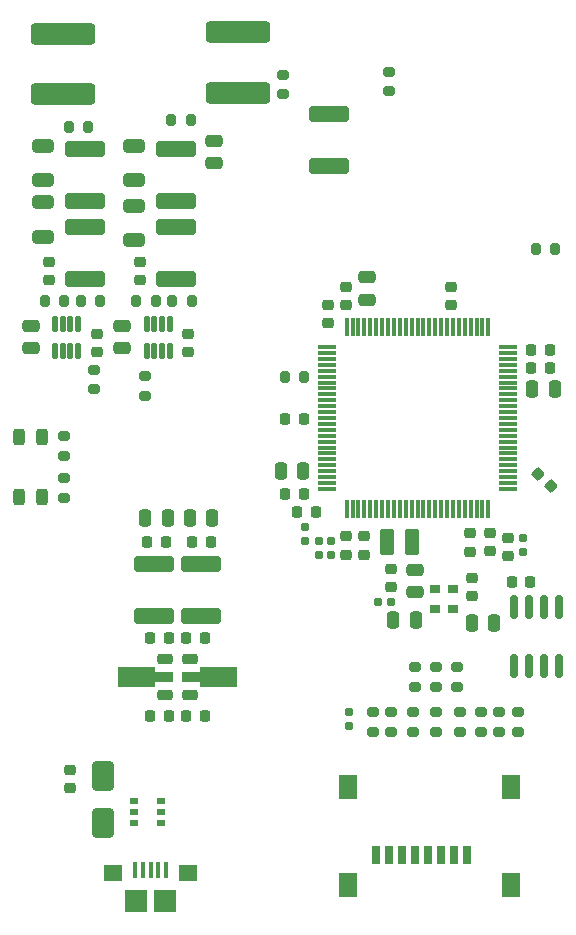
<source format=gbr>
%TF.GenerationSoftware,KiCad,Pcbnew,7.0.11-7.0.11~ubuntu20.04.1*%
%TF.CreationDate,2025-05-20T14:11:40-07:00*%
%TF.ProjectId,whaleboard,7768616c-6562-46f6-9172-642e6b696361,rev?*%
%TF.SameCoordinates,Original*%
%TF.FileFunction,Paste,Top*%
%TF.FilePolarity,Positive*%
%FSLAX46Y46*%
G04 Gerber Fmt 4.6, Leading zero omitted, Abs format (unit mm)*
G04 Created by KiCad (PCBNEW 7.0.11-7.0.11~ubuntu20.04.1) date 2025-05-20 14:11:40*
%MOMM*%
%LPD*%
G01*
G04 APERTURE LIST*
G04 Aperture macros list*
%AMRoundRect*
0 Rectangle with rounded corners*
0 $1 Rounding radius*
0 $2 $3 $4 $5 $6 $7 $8 $9 X,Y pos of 4 corners*
0 Add a 4 corners polygon primitive as box body*
4,1,4,$2,$3,$4,$5,$6,$7,$8,$9,$2,$3,0*
0 Add four circle primitives for the rounded corners*
1,1,$1+$1,$2,$3*
1,1,$1+$1,$4,$5*
1,1,$1+$1,$6,$7*
1,1,$1+$1,$8,$9*
0 Add four rect primitives between the rounded corners*
20,1,$1+$1,$2,$3,$4,$5,0*
20,1,$1+$1,$4,$5,$6,$7,0*
20,1,$1+$1,$6,$7,$8,$9,0*
20,1,$1+$1,$8,$9,$2,$3,0*%
%AMFreePoly0*
4,1,9,3.862500,-0.866500,0.737500,-0.866500,0.737500,-0.450000,-0.737500,-0.450000,-0.737500,0.450000,0.737500,0.450000,0.737500,0.866500,3.862500,0.866500,3.862500,-0.866500,3.862500,-0.866500,$1*%
G04 Aperture macros list end*
%ADD10RoundRect,0.200000X0.200000X0.275000X-0.200000X0.275000X-0.200000X-0.275000X0.200000X-0.275000X0*%
%ADD11RoundRect,0.225000X-0.250000X0.225000X-0.250000X-0.225000X0.250000X-0.225000X0.250000X0.225000X0*%
%ADD12RoundRect,0.250000X-0.475000X0.250000X-0.475000X-0.250000X0.475000X-0.250000X0.475000X0.250000X0*%
%ADD13RoundRect,0.200000X0.275000X-0.200000X0.275000X0.200000X-0.275000X0.200000X-0.275000X-0.200000X0*%
%ADD14RoundRect,0.250000X-1.450000X0.400000X-1.450000X-0.400000X1.450000X-0.400000X1.450000X0.400000X0*%
%ADD15RoundRect,0.200000X-0.275000X0.200000X-0.275000X-0.200000X0.275000X-0.200000X0.275000X0.200000X0*%
%ADD16RoundRect,0.225000X0.250000X-0.225000X0.250000X0.225000X-0.250000X0.225000X-0.250000X-0.225000X0*%
%ADD17RoundRect,0.250000X-2.450000X0.650000X-2.450000X-0.650000X2.450000X-0.650000X2.450000X0.650000X0*%
%ADD18RoundRect,0.150000X0.150000X-0.825000X0.150000X0.825000X-0.150000X0.825000X-0.150000X-0.825000X0*%
%ADD19RoundRect,0.225000X0.335876X0.017678X0.017678X0.335876X-0.335876X-0.017678X-0.017678X-0.335876X0*%
%ADD20R,0.800000X1.500000*%
%ADD21R,1.500000X2.050000*%
%ADD22RoundRect,0.250000X-0.250000X-0.475000X0.250000X-0.475000X0.250000X0.475000X-0.250000X0.475000X0*%
%ADD23RoundRect,0.250000X0.650000X-0.325000X0.650000X0.325000X-0.650000X0.325000X-0.650000X-0.325000X0*%
%ADD24RoundRect,0.075000X0.075000X-0.725000X0.075000X0.725000X-0.075000X0.725000X-0.075000X-0.725000X0*%
%ADD25RoundRect,0.075000X0.725000X-0.075000X0.725000X0.075000X-0.725000X0.075000X-0.725000X-0.075000X0*%
%ADD26RoundRect,0.225000X0.225000X0.250000X-0.225000X0.250000X-0.225000X-0.250000X0.225000X-0.250000X0*%
%ADD27RoundRect,0.250000X-0.375000X-0.850000X0.375000X-0.850000X0.375000X0.850000X-0.375000X0.850000X0*%
%ADD28RoundRect,0.250000X0.475000X-0.250000X0.475000X0.250000X-0.475000X0.250000X-0.475000X-0.250000X0*%
%ADD29RoundRect,0.225000X-0.225000X-0.250000X0.225000X-0.250000X0.225000X0.250000X-0.225000X0.250000X0*%
%ADD30R,0.400000X1.350000*%
%ADD31R,1.600000X1.400000*%
%ADD32R,1.900000X1.900000*%
%ADD33RoundRect,0.160000X-0.160000X0.197500X-0.160000X-0.197500X0.160000X-0.197500X0.160000X0.197500X0*%
%ADD34RoundRect,0.200000X-0.200000X-0.275000X0.200000X-0.275000X0.200000X0.275000X-0.200000X0.275000X0*%
%ADD35RoundRect,0.250000X1.450000X-0.400000X1.450000X0.400000X-1.450000X0.400000X-1.450000X-0.400000X0*%
%ADD36RoundRect,0.250000X0.250000X0.475000X-0.250000X0.475000X-0.250000X-0.475000X0.250000X-0.475000X0*%
%ADD37RoundRect,0.160000X0.160000X-0.197500X0.160000X0.197500X-0.160000X0.197500X-0.160000X-0.197500X0*%
%ADD38R,0.700000X0.510000*%
%ADD39RoundRect,0.155000X0.155000X-0.212500X0.155000X0.212500X-0.155000X0.212500X-0.155000X-0.212500X0*%
%ADD40RoundRect,0.225000X0.425000X0.225000X-0.425000X0.225000X-0.425000X-0.225000X0.425000X-0.225000X0*%
%ADD41FreePoly0,180.000000*%
%ADD42RoundRect,0.243750X0.243750X0.456250X-0.243750X0.456250X-0.243750X-0.456250X0.243750X-0.456250X0*%
%ADD43RoundRect,0.125000X-0.125000X0.537500X-0.125000X-0.537500X0.125000X-0.537500X0.125000X0.537500X0*%
%ADD44RoundRect,0.155000X-0.212500X-0.155000X0.212500X-0.155000X0.212500X0.155000X-0.212500X0.155000X0*%
%ADD45R,0.850000X0.650000*%
%ADD46RoundRect,0.225000X-0.425000X-0.225000X0.425000X-0.225000X0.425000X0.225000X-0.425000X0.225000X0*%
%ADD47FreePoly0,0.000000*%
%ADD48RoundRect,0.250000X-0.650000X1.000000X-0.650000X-1.000000X0.650000X-1.000000X0.650000X1.000000X0*%
G04 APERTURE END LIST*
D10*
%TO.C,R2*%
X120225000Y-77300000D03*
X118575000Y-77300000D03*
%TD*%
D11*
%TO.C,C32*%
X109982000Y-132321000D03*
X109982000Y-133871000D03*
%TD*%
D12*
%TO.C,C13*%
X122174000Y-79060000D03*
X122174000Y-80960000D03*
%TD*%
D13*
%TO.C,R23*%
X109474000Y-105727000D03*
X109474000Y-104077000D03*
%TD*%
D14*
%TO.C,L2*%
X118999000Y-86360000D03*
X118999000Y-90810000D03*
%TD*%
D15*
%TO.C,R21*%
X146304000Y-127445000D03*
X146304000Y-129095000D03*
%TD*%
D16*
%TO.C,C20*%
X133350000Y-114109800D03*
X133350000Y-112559800D03*
%TD*%
D17*
%TO.C,C2*%
X124225000Y-69900000D03*
X124225000Y-75000000D03*
%TD*%
D13*
%TO.C,R9*%
X137007600Y-74866000D03*
X137007600Y-73216000D03*
%TD*%
D11*
%TO.C,C25*%
X131826000Y-92951000D03*
X131826000Y-94501000D03*
%TD*%
D10*
%TO.C,R5*%
X112585000Y-92649000D03*
X110935000Y-92649000D03*
%TD*%
D18*
%TO.C,U6*%
X147574000Y-123506000D03*
X148844000Y-123506000D03*
X150114000Y-123506000D03*
X151384000Y-123506000D03*
X151384000Y-118556000D03*
X150114000Y-118556000D03*
X148844000Y-118556000D03*
X147574000Y-118556000D03*
%TD*%
D19*
%TO.C,C22*%
X150763608Y-108345608D03*
X149667592Y-107249592D03*
%TD*%
D20*
%TO.C,J8*%
X143662000Y-139514000D03*
X142562000Y-139514000D03*
X141462000Y-139514000D03*
X140362000Y-139514000D03*
X139262000Y-139514000D03*
X138162000Y-139514000D03*
X137062000Y-139514000D03*
X135962000Y-139514000D03*
D21*
X133587000Y-133814000D03*
X133587000Y-142114000D03*
X147337000Y-133814000D03*
X147337000Y-142114000D03*
%TD*%
D22*
%TO.C,C41*%
X127863912Y-107050485D03*
X129763912Y-107050485D03*
%TD*%
D23*
%TO.C,C4*%
X115443000Y-87520000D03*
X115443000Y-84570000D03*
%TD*%
D24*
%TO.C,U7*%
X133443142Y-110221215D03*
X133943142Y-110221215D03*
X134443142Y-110221215D03*
X134943142Y-110221215D03*
X135443142Y-110221215D03*
X135943142Y-110221215D03*
X136443142Y-110221215D03*
X136943142Y-110221215D03*
X137443142Y-110221215D03*
X137943142Y-110221215D03*
X138443142Y-110221215D03*
X138943142Y-110221215D03*
X139443142Y-110221215D03*
X139943142Y-110221215D03*
X140443142Y-110221215D03*
X140943142Y-110221215D03*
X141443142Y-110221215D03*
X141943142Y-110221215D03*
X142443142Y-110221215D03*
X142943142Y-110221215D03*
X143443142Y-110221215D03*
X143943142Y-110221215D03*
X144443142Y-110221215D03*
X144943142Y-110221215D03*
X145443142Y-110221215D03*
D25*
X147118142Y-108546215D03*
X147118142Y-108046215D03*
X147118142Y-107546215D03*
X147118142Y-107046215D03*
X147118142Y-106546215D03*
X147118142Y-106046215D03*
X147118142Y-105546215D03*
X147118142Y-105046215D03*
X147118142Y-104546215D03*
X147118142Y-104046215D03*
X147118142Y-103546215D03*
X147118142Y-103046215D03*
X147118142Y-102546215D03*
X147118142Y-102046215D03*
X147118142Y-101546215D03*
X147118142Y-101046215D03*
X147118142Y-100546215D03*
X147118142Y-100046215D03*
X147118142Y-99546215D03*
X147118142Y-99046215D03*
X147118142Y-98546215D03*
X147118142Y-98046215D03*
X147118142Y-97546215D03*
X147118142Y-97046215D03*
X147118142Y-96546215D03*
D24*
X145443142Y-94871215D03*
X144943142Y-94871215D03*
X144443142Y-94871215D03*
X143943142Y-94871215D03*
X143443142Y-94871215D03*
X142943142Y-94871215D03*
X142443142Y-94871215D03*
X141943142Y-94871215D03*
X141443142Y-94871215D03*
X140943142Y-94871215D03*
X140443142Y-94871215D03*
X139943142Y-94871215D03*
X139443142Y-94871215D03*
X138943142Y-94871215D03*
X138443142Y-94871215D03*
X137943142Y-94871215D03*
X137443142Y-94871215D03*
X136943142Y-94871215D03*
X136443142Y-94871215D03*
X135943142Y-94871215D03*
X135443142Y-94871215D03*
X134943142Y-94871215D03*
X134443142Y-94871215D03*
X133943142Y-94871215D03*
X133443142Y-94871215D03*
D25*
X131768142Y-96546215D03*
X131768142Y-97046215D03*
X131768142Y-97546215D03*
X131768142Y-98046215D03*
X131768142Y-98546215D03*
X131768142Y-99046215D03*
X131768142Y-99546215D03*
X131768142Y-100046215D03*
X131768142Y-100546215D03*
X131768142Y-101046215D03*
X131768142Y-101546215D03*
X131768142Y-102046215D03*
X131768142Y-102546215D03*
X131768142Y-103046215D03*
X131768142Y-103546215D03*
X131768142Y-104046215D03*
X131768142Y-104546215D03*
X131768142Y-105046215D03*
X131768142Y-105546215D03*
X131768142Y-106046215D03*
X131768142Y-106546215D03*
X131768142Y-107046215D03*
X131768142Y-107546215D03*
X131768142Y-108046215D03*
X131768142Y-108546215D03*
%TD*%
D13*
%TO.C,R13*%
X139065000Y-129095000D03*
X139065000Y-127445000D03*
%TD*%
D11*
%TO.C,C5*%
X115951000Y-89334000D03*
X115951000Y-90884000D03*
%TD*%
D13*
%TO.C,R11*%
X135636000Y-129095000D03*
X135636000Y-127445000D03*
%TD*%
D26*
%TO.C,C14*%
X121425000Y-127762000D03*
X119875000Y-127762000D03*
%TD*%
D27*
%TO.C,L8*%
X136847000Y-113030000D03*
X138997000Y-113030000D03*
%TD*%
D28*
%TO.C,C6*%
X114427000Y-96647000D03*
X114427000Y-94747000D03*
%TD*%
D29*
%TO.C,C27*%
X129273000Y-110490000D03*
X130823000Y-110490000D03*
%TD*%
D15*
%TO.C,R17*%
X142748000Y-123635000D03*
X142748000Y-125285000D03*
%TD*%
D13*
%TO.C,R7*%
X112050000Y-100100000D03*
X112050000Y-98450000D03*
%TD*%
D30*
%TO.C,J11*%
X115540000Y-140809600D03*
X116190000Y-140809600D03*
X116840000Y-140809600D03*
X117490000Y-140809600D03*
X118140000Y-140809600D03*
D31*
X113640000Y-141034600D03*
X120040000Y-141034600D03*
D32*
X118040000Y-143484600D03*
X115640000Y-143484600D03*
%TD*%
D33*
%TO.C,R27*%
X131064000Y-112940500D03*
X131064000Y-114135500D03*
%TD*%
D28*
%TO.C,C12*%
X106680000Y-96647000D03*
X106680000Y-94747000D03*
%TD*%
D29*
%TO.C,C26*%
X128251044Y-102616000D03*
X129801044Y-102616000D03*
%TD*%
D34*
%TO.C,R6*%
X109919000Y-77917000D03*
X111569000Y-77917000D03*
%TD*%
D23*
%TO.C,C10*%
X107696000Y-87218000D03*
X107696000Y-84268000D03*
%TD*%
%TO.C,C3*%
X115443000Y-82440000D03*
X115443000Y-79490000D03*
%TD*%
D14*
%TO.C,L4*%
X111252000Y-86360000D03*
X111252000Y-90810000D03*
%TD*%
D35*
%TO.C,L5*%
X131970000Y-81245000D03*
X131970000Y-76795000D03*
%TD*%
D29*
%TO.C,C45*%
X128257000Y-108966000D03*
X129807000Y-108966000D03*
%TD*%
D22*
%TO.C,C19*%
X116398000Y-110998000D03*
X118298000Y-110998000D03*
%TD*%
D36*
%TO.C,C43*%
X151064000Y-100076000D03*
X149164000Y-100076000D03*
%TD*%
D37*
%TO.C,R29*%
X132080000Y-114135500D03*
X132080000Y-112940500D03*
%TD*%
D15*
%TO.C,R24*%
X109474000Y-107633000D03*
X109474000Y-109283000D03*
%TD*%
D13*
%TO.C,R10*%
X128075000Y-75150000D03*
X128075000Y-73500000D03*
%TD*%
D38*
%TO.C,U8*%
X117746000Y-136840000D03*
X117746000Y-135890000D03*
X117746000Y-134940000D03*
X115426000Y-134940000D03*
X115426000Y-135890000D03*
X115426000Y-136840000D03*
%TD*%
D10*
%TO.C,R8*%
X109537000Y-92649000D03*
X107887000Y-92649000D03*
%TD*%
D33*
%TO.C,R28*%
X129921000Y-111797500D03*
X129921000Y-112992500D03*
%TD*%
D16*
%TO.C,C21*%
X143910000Y-113865000D03*
X143910000Y-112315000D03*
%TD*%
D22*
%TO.C,C29*%
X144050000Y-119880000D03*
X145950000Y-119880000D03*
%TD*%
D10*
%TO.C,R20*%
X129857000Y-99060000D03*
X128207000Y-99060000D03*
%TD*%
D12*
%TO.C,C42*%
X135128000Y-90617000D03*
X135128000Y-92517000D03*
%TD*%
D16*
%TO.C,C44*%
X137160000Y-116853000D03*
X137160000Y-115303000D03*
%TD*%
D29*
%TO.C,C17*%
X116827000Y-127762000D03*
X118377000Y-127762000D03*
%TD*%
D36*
%TO.C,C16*%
X122078000Y-110998000D03*
X120178000Y-110998000D03*
%TD*%
D26*
%TO.C,C28*%
X148984000Y-116459000D03*
X147434000Y-116459000D03*
%TD*%
D11*
%TO.C,C35*%
X133350000Y-91427000D03*
X133350000Y-92977000D03*
%TD*%
D23*
%TO.C,C9*%
X107696000Y-82440000D03*
X107696000Y-79490000D03*
%TD*%
D10*
%TO.C,R25*%
X151125000Y-88200000D03*
X149475000Y-88200000D03*
%TD*%
D39*
%TO.C,FB1*%
X133604000Y-128583500D03*
X133604000Y-127448500D03*
%TD*%
D40*
%TO.C,U5*%
X118028000Y-125960000D03*
D41*
X117940500Y-124460000D03*
D40*
X118028000Y-122960000D03*
%TD*%
D26*
%TO.C,C31*%
X118377000Y-121158000D03*
X116827000Y-121158000D03*
%TD*%
%TO.C,C23*%
X150635000Y-96774000D03*
X149085000Y-96774000D03*
%TD*%
%TO.C,C30*%
X121425000Y-121158000D03*
X119875000Y-121158000D03*
%TD*%
D14*
%TO.C,L1*%
X118999000Y-79756000D03*
X118999000Y-84206000D03*
%TD*%
D16*
%TO.C,C33*%
X144018000Y-117615000D03*
X144018000Y-116065000D03*
%TD*%
D14*
%TO.C,L3*%
X111252000Y-79756000D03*
X111252000Y-84206000D03*
%TD*%
D11*
%TO.C,C11*%
X108204000Y-89334000D03*
X108204000Y-90884000D03*
%TD*%
D42*
%TO.C,D1*%
X107617500Y-104140000D03*
X105742500Y-104140000D03*
%TD*%
D13*
%TO.C,R15*%
X143002000Y-129095000D03*
X143002000Y-127445000D03*
%TD*%
%TO.C,R14*%
X140970000Y-129095000D03*
X140970000Y-127445000D03*
%TD*%
D26*
%TO.C,C15*%
X121933000Y-113030000D03*
X120383000Y-113030000D03*
%TD*%
D34*
%TO.C,R4*%
X115634000Y-92649000D03*
X117284000Y-92649000D03*
%TD*%
D43*
%TO.C,U1*%
X118450000Y-94559500D03*
X117800000Y-94559500D03*
X117150000Y-94559500D03*
X116500000Y-94559500D03*
X116500000Y-96834500D03*
X117150000Y-96834500D03*
X117800000Y-96834500D03*
X118450000Y-96834500D03*
%TD*%
D26*
%TO.C,C34*%
X150635000Y-98298000D03*
X149085000Y-98298000D03*
%TD*%
D35*
%TO.C,L6*%
X121128000Y-119319000D03*
X121128000Y-114869000D03*
%TD*%
D16*
%TO.C,C39*%
X147066000Y-114262200D03*
X147066000Y-112712200D03*
%TD*%
D28*
%TO.C,C38*%
X139192000Y-117282000D03*
X139192000Y-115382000D03*
%TD*%
D44*
%TO.C,FB2*%
X136084500Y-118110000D03*
X137219500Y-118110000D03*
%TD*%
D13*
%TO.C,R16*%
X144780000Y-129095000D03*
X144780000Y-127445000D03*
%TD*%
D45*
%TO.C,U9*%
X142485000Y-118695000D03*
X142485000Y-117045000D03*
X140935000Y-117045000D03*
X140935000Y-118695000D03*
%TD*%
D42*
%TO.C,D2*%
X107617500Y-109220000D03*
X105742500Y-109220000D03*
%TD*%
D11*
%TO.C,C7*%
X112268000Y-95430000D03*
X112268000Y-96980000D03*
%TD*%
D15*
%TO.C,R19*%
X139192000Y-123635000D03*
X139192000Y-125285000D03*
%TD*%
D16*
%TO.C,C40*%
X145542000Y-113805000D03*
X145542000Y-112255000D03*
%TD*%
D39*
%TO.C,FB3*%
X148336000Y-113851500D03*
X148336000Y-112716500D03*
%TD*%
D11*
%TO.C,C24*%
X142240000Y-91427000D03*
X142240000Y-92977000D03*
%TD*%
D17*
%TO.C,C8*%
X109425000Y-70000000D03*
X109425000Y-75100000D03*
%TD*%
D35*
%TO.C,L7*%
X117094000Y-119319000D03*
X117094000Y-114869000D03*
%TD*%
D13*
%TO.C,R12*%
X137160000Y-129095000D03*
X137160000Y-127445000D03*
%TD*%
%TO.C,R3*%
X116408200Y-100662200D03*
X116408200Y-99012200D03*
%TD*%
D29*
%TO.C,C18*%
X116573000Y-113030000D03*
X118123000Y-113030000D03*
%TD*%
D15*
%TO.C,R22*%
X147955000Y-127445000D03*
X147955000Y-129095000D03*
%TD*%
%TO.C,R18*%
X140970000Y-123635000D03*
X140970000Y-125285000D03*
%TD*%
D46*
%TO.C,U3*%
X120194000Y-122960000D03*
D47*
X120281500Y-124460000D03*
D46*
X120194000Y-125960000D03*
%TD*%
D16*
%TO.C,C37*%
X134874000Y-114109800D03*
X134874000Y-112559800D03*
%TD*%
D48*
%TO.C,D3*%
X112776000Y-132874000D03*
X112776000Y-136874000D03*
%TD*%
D43*
%TO.C,U2*%
X110703000Y-94559500D03*
X110053000Y-94559500D03*
X109403000Y-94559500D03*
X108753000Y-94559500D03*
X108753000Y-96834500D03*
X109403000Y-96834500D03*
X110053000Y-96834500D03*
X110703000Y-96834500D03*
%TD*%
D34*
%TO.C,R1*%
X118682000Y-92649000D03*
X120332000Y-92649000D03*
%TD*%
D36*
%TO.C,C36*%
X139290000Y-119640000D03*
X137390000Y-119640000D03*
%TD*%
D11*
%TO.C,C1*%
X120015000Y-95430000D03*
X120015000Y-96980000D03*
%TD*%
M02*

</source>
